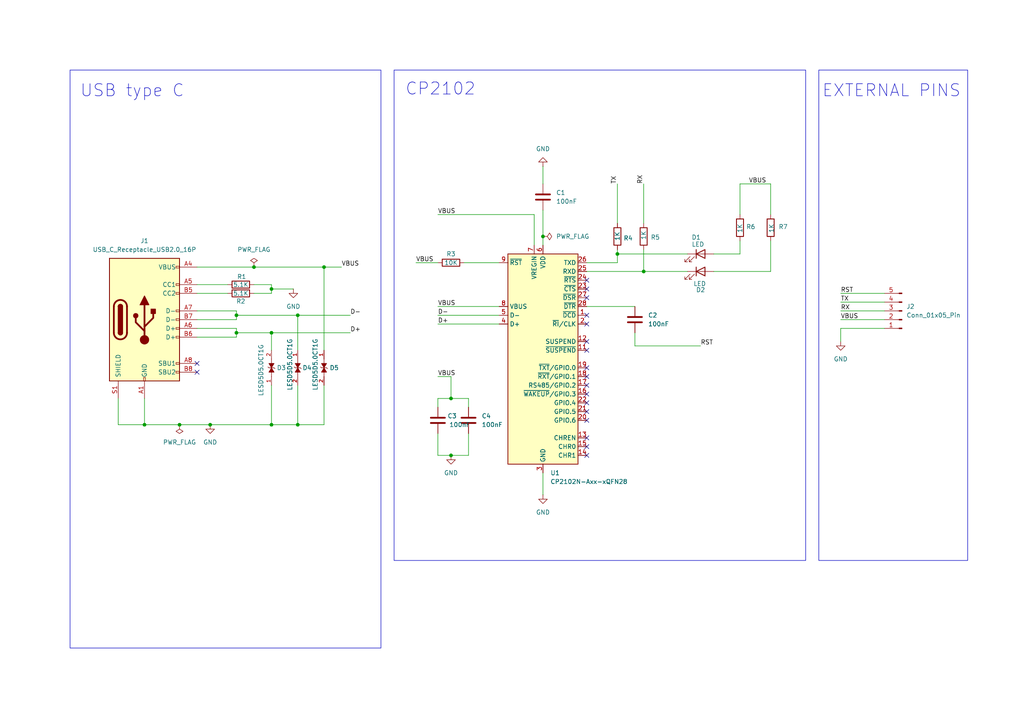
<source format=kicad_sch>
(kicad_sch (version 20250114) (generator "eeschema") (generator_version "9.0")
  (paper "A4")
  (title_block (title "USB to UART converter with CP2102") (date "2025-07-31") (company "Kanishka Shivhare"))
  (lib_symbols
    (symbol "Connector:Conn_01x05_Pin" (pin_names (offset 1.016) (hide yes))
      (property "Reference" "J" (at 0 7.62 0))
      (property "Value" "Conn_01x05_Pin" (at 0 -7.62 0))
      (symbol "Conn_01x05_Pin_1_1"
        (rectangle (start 0.8636 5.207) (end 0 4.953) (stroke (width 0.1524)) (fill (type outline)))
        (rectangle (start 0.8636 2.667) (end 0 2.413) (stroke (width 0.1524)) (fill (type outline)))
        (rectangle (start 0.8636 0.127) (end 0 -0.127) (stroke (width 0.1524)) (fill (type outline)))
        (rectangle (start 0.8636 -2.413) (end 0 -2.667) (stroke (width 0.1524)) (fill (type outline)))
        (rectangle (start 0.8636 -4.953) (end 0 -5.207) (stroke (width 0.1524)) (fill (type outline)))
        (polyline (pts (xy 1.27 5.08) (xy 0.8636 5.08)) (stroke (width 0.1524)))
        (polyline (pts (xy 1.27 2.54) (xy 0.8636 2.54)) (stroke (width 0.1524)))
        (polyline (pts (xy 1.27 0) (xy 0.8636 0)) (stroke (width 0.1524)))
        (polyline (pts (xy 1.27 -2.54) (xy 0.8636 -2.54)) (stroke (width 0.1524)))
        (polyline (pts (xy 1.27 -5.08) (xy 0.8636 -5.08)) (stroke (width 0.1524)))
        (pin passive line (at 5.08 5.08 180) (length 3.81) (name "Pin_1") (number "1"))
        (pin passive line (at 5.08 2.54 180) (length 3.81) (name "Pin_2") (number "2"))
        (pin passive line (at 5.08 0 180) (length 3.81) (name "Pin_3") (number "3"))
        (pin passive line (at 5.08 -2.54 180) (length 3.81) (name "Pin_4") (number "4"))
        (pin passive line (at 5.08 -5.08 180) (length 3.81) (name "Pin_5") (number "5"))
      )
    )
    (symbol "Connector:USB_C_Receptacle_USB2.0_16P" (pin_names (offset 1.016))
      (property "Reference" "J" (at 0 22.225 0))
      (property "Value" "USB_C_Receptacle_USB2.0_16P" (at 0 19.685 0))
      (symbol "USB_C_Receptacle_USB2.0_16P_0_0"
        (rectangle (start -0.254 -17.78) (end 0.254 -16.764))
        (rectangle (start 10.16 15.494) (end 9.144 14.986))
        (rectangle (start 10.16 10.414) (end 9.144 9.906))
        (rectangle (start 10.16 7.874) (end 9.144 7.366))
        (rectangle (start 10.16 2.794) (end 9.144 2.286))
        (rectangle (start 10.16 0.254) (end 9.144 -0.254))
        (rectangle (start 10.16 -2.286) (end 9.144 -2.794))
        (rectangle (start 10.16 -4.826) (end 9.144 -5.334))
        (rectangle (start 10.16 -12.446) (end 9.144 -12.954))
        (rectangle (start 10.16 -14.986) (end 9.144 -15.494))
      )
      (symbol "USB_C_Receptacle_USB2.0_16P_0_1"
        (rectangle (start -10.16 17.78) (end 10.16 -17.78) (stroke (width 0.254)) (fill (type background)))
        (polyline (pts (xy -8.89 -3.81) (xy -8.89 3.81)) (stroke (width 0.508)))
        (rectangle (start -7.62 -3.81) (end -6.35 3.81) (stroke (width 0.254)) (fill (type outline)))
        (arc (start -7.62 3.81) (mid -6.985 4.4423) (end -6.35 3.81) (stroke (width 0.254)))
        (arc (start -7.62 3.81) (mid -6.985 4.4423) (end -6.35 3.81) (stroke (width 0.254)) (fill (type outline)))
        (arc (start -8.89 3.81) (mid -6.985 5.7067) (end -5.08 3.81) (stroke (width 0.508)))
        (arc (start -5.08 -3.81) (mid -6.985 -5.7067) (end -8.89 -3.81) (stroke (width 0.508)))
        (arc (start -6.35 -3.81) (mid -6.985 -4.4423) (end -7.62 -3.81) (stroke (width 0.254)))
        (arc (start -6.35 -3.81) (mid -6.985 -4.4423) (end -7.62 -3.81) (stroke (width 0.254)) (fill (type outline)))
        (polyline (pts (xy -5.08 3.81) (xy -5.08 -3.81)) (stroke (width 0.508)))
        (circle (center -2.54 1.143) (radius 0.635) (stroke (width 0.254)) (fill (type outline)))
        (polyline (pts (xy -1.27 4.318) (xy 0 6.858) (xy 1.27 4.318) (xy -1.27 4.318)) (stroke (width 0.254)) (fill (type outline)))
        (polyline (pts (xy 0 -2.032) (xy 2.54 0.508) (xy 2.54 1.778)) (stroke (width 0.508)))
        (polyline (pts (xy 0 -3.302) (xy -2.54 -0.762) (xy -2.54 0.508)) (stroke (width 0.508)))
        (polyline (pts (xy 0 -5.842) (xy 0 4.318)) (stroke (width 0.508)))
        (circle (center 0 -5.842) (radius 1.27) (fill (type outline)))
        (rectangle (start 1.905 1.778) (end 3.175 3.048) (stroke (width 0.254)) (fill (type outline)))
      )
      (symbol "USB_C_Receptacle_USB2.0_16P_1_1"
        (pin passive line (at -7.62 -22.86 90) (length 5.08) (name "SHIELD") (number "S1"))
        (pin passive line (at 0 -22.86 90) (length 5.08) (name "GND") (number "A1"))
        (pin passive line (at 0 -22.86 90) (length 5.08) (hide yes) (name "GND") (number "A12"))
        (pin passive line (at 0 -22.86 90) (length 5.08) (hide yes) (name "GND") (number "B1"))
        (pin passive line (at 0 -22.86 90) (length 5.08) (hide yes) (name "GND") (number "B12"))
        (pin passive line (at 15.24 15.24 180) (length 5.08) (name "VBUS") (number "A4"))
        (pin passive line (at 15.24 15.24 180) (length 5.08) (hide yes) (name "VBUS") (number "A9"))
        (pin passive line (at 15.24 15.24 180) (length 5.08) (hide yes) (name "VBUS") (number "B4"))
        (pin passive line (at 15.24 15.24 180) (length 5.08) (hide yes) (name "VBUS") (number "B9"))
        (pin bidirectional line (at 15.24 10.16 180) (length 5.08) (name "CC1") (number "A5"))
        (pin bidirectional line (at 15.24 7.62 180) (length 5.08) (name "CC2") (number "B5"))
        (pin bidirectional line (at 15.24 2.54 180) (length 5.08) (name "D-") (number "A7"))
        (pin bidirectional line (at 15.24 0 180) (length 5.08) (name "D-") (number "B7"))
        (pin bidirectional line (at 15.24 -2.54 180) (length 5.08) (name "D+") (number "A6"))
        (pin bidirectional line (at 15.24 -5.08 180) (length 5.08) (name "D+") (number "B6"))
        (pin bidirectional line (at 15.24 -12.7 180) (length 5.08) (name "SBU1") (number "A8"))
        (pin bidirectional line (at 15.24 -15.24 180) (length 5.08) (name "SBU2") (number "B8"))
      )
    )
    (symbol "Device:C" (pin_numbers (hide yes)) (pin_names (offset 0.254))
      (property "Reference" "C" (at 0.635 2.54 0))
      (property "Value" "C" (at 0.635 -2.54 0))
      (symbol "C_0_1"
        (polyline (pts (xy -2.032 0.762) (xy 2.032 0.762)) (stroke (width 0.508)))
        (polyline (pts (xy -2.032 -0.762) (xy 2.032 -0.762)) (stroke (width 0.508)))
      )
      (symbol "C_1_1"
        (pin passive line (at 0 3.81 270) (length 2.794) (name "~") (number "1"))
        (pin passive line (at 0 -3.81 90) (length 2.794) (name "~") (number "2"))
      )
    )
    (symbol "Device:LED" (pin_numbers (hide yes)) (pin_names (offset 1.016) (hide yes))
      (property "Reference" "D" (at 0 2.54 0))
      (property "Value" "LED" (at 0 -2.54 0))
      (symbol "LED_0_1"
        (polyline (pts (xy -3.048 -0.762) (xy -4.572 -2.286) (xy -3.81 -2.286) (xy -4.572 -2.286) (xy -4.572 -1.524)))
        (polyline (pts (xy -1.778 -0.762) (xy -3.302 -2.286) (xy -2.54 -2.286) (xy -3.302 -2.286) (xy -3.302 -1.524)))
        (polyline (pts (xy -1.27 0) (xy 1.27 0)))
        (polyline (pts (xy -1.27 -1.27) (xy -1.27 1.27)) (stroke (width 0.254)))
        (polyline (pts (xy 1.27 -1.27) (xy 1.27 1.27) (xy -1.27 0) (xy 1.27 -1.27)) (stroke (width 0.254)))
      )
      (symbol "LED_1_1"
        (pin passive line (at -3.81 0 0) (length 2.54) (name "K") (number "1"))
        (pin passive line (at 3.81 0 180) (length 2.54) (name "A") (number "2"))
      )
    )
    (symbol "Device:R" (pin_numbers (hide yes)) (pin_names (offset 0))
      (property "Reference" "R" (at 2.032 0 90))
      (property "Value" "R" (at 0 0 90))
      (symbol "R_0_1"
        (rectangle (start -1.016 -2.54) (end 1.016 2.54) (stroke (width 0.254)))
      )
      (symbol "R_1_1"
        (pin passive line (at 0 3.81 270) (length 1.27) (name "~") (number "1"))
        (pin passive line (at 0 -3.81 90) (length 1.27) (name "~") (number "2"))
      )
    )
    (symbol "Interface_USB:CP2102N-Axx-xQFN28"
      (property "Reference" "U" (at -8.89 31.75 0))
      (property "Value" "CP2102N-Axx-xQFN28" (at 12.7 31.75 0))
      (symbol "CP2102N-Axx-xQFN28_0_1"
        (rectangle (start -10.16 30.48) (end 10.16 -30.48) (stroke (width 0.254)) (fill (type background)))
      )
      (symbol "CP2102N-Axx-xQFN28_1_1"
        (pin input line (at -12.7 27.94 0) (length 2.54) (name "~{RST}") (number "9"))
        (pin input line (at -12.7 15.24 0) (length 2.54) (name "VBUS") (number "8"))
        (pin bidirectional line (at -12.7 12.7 0) (length 2.54) (name "D-") (number "5"))
        (pin bidirectional line (at -12.7 10.16 0) (length 2.54) (name "D+") (number "4"))
        (pin no_connect line (at -10.16 -27.94 0) (length 2.54) (hide yes) (name "NC") (number "10"))
        (pin power_in line (at -2.54 33.02 270) (length 2.54) (name "VREGIN") (number "7"))
        (pin power_in line (at 0 33.02 270) (length 2.54) (name "VDD") (number "6"))
        (pin passive line (at 0 -33.02 90) (length 2.54) (hide yes) (name "GND") (number "29"))
        (pin power_in line (at 0 -33.02 90) (length 2.54) (name "GND") (number "3"))
        (pin output line (at 12.7 27.94 180) (length 2.54) (name "TXD") (number "26"))
        (pin input line (at 12.7 25.4 180) (length 2.54) (name "RXD") (number "25"))
        (pin output line (at 12.7 22.86 180) (length 2.54) (name "~{RTS}") (number "24"))
        (pin input line (at 12.7 20.32 180) (length 2.54) (name "~{CTS}") (number "23"))
        (pin input line (at 12.7 17.78 180) (length 2.54) (name "~{DSR}") (number "27"))
        (pin output line (at 12.7 15.24 180) (length 2.54) (name "~{DTR}") (number "28"))
        (pin input line (at 12.7 12.7 180) (length 2.54) (name "~{DCD}") (number "1"))
        (pin bidirectional line (at 12.7 10.16 180) (length 2.54) (name "~{RI}/CLK") (number "2"))
        (pin output line (at 12.7 5.08 180) (length 2.54) (name "SUSPEND") (number "12"))
        (pin output line (at 12.7 2.54 180) (length 2.54) (name "~{SUSPEND}") (number "11"))
        (pin bidirectional line (at 12.7 -2.54 180) (length 2.54) (name "~{TXT}/GPIO.0") (number "19"))
        (pin bidirectional line (at 12.7 -5.08 180) (length 2.54) (name "~{RXT}/GPIO.1") (number "18"))
        (pin bidirectional line (at 12.7 -7.62 180) (length 2.54) (name "RS485/GPIO.2") (number "17"))
        (pin bidirectional line (at 12.7 -10.16 180) (length 2.54) (name "~{WAKEUP}/GPIO.3") (number "16"))
        (pin bidirectional line (at 12.7 -12.7 180) (length 2.54) (name "GPIO.4") (number "22"))
        (pin bidirectional line (at 12.7 -15.24 180) (length 2.54) (name "GPIO.5") (number "21"))
        (pin bidirectional line (at 12.7 -17.78 180) (length 2.54) (name "GPIO.6") (number "20"))
        (pin output line (at 12.7 -22.86 180) (length 2.54) (name "CHREN") (number "13"))
        (pin output line (at 12.7 -25.4 180) (length 2.54) (name "CHR0") (number "15"))
        (pin output line (at 12.7 -27.94 180) (length 2.54) (name "CHR1") (number "14"))
      )
    )
    (symbol "LESD5D5.0CT1G:LESD5D5.0CT1G" (pin_names (offset 1.016))
      (property "Reference" "D" (at -5.08 2.54 0))
      (property "Value" "LESD5D5.0CT1G" (at -5.08 -5.08 0))
      (symbol "LESD5D5.0CT1G_0_0"
        (polyline (pts (xy -1.27 0) (xy -2.54 0)) (stroke (width 0.1524)))
        (polyline (pts (xy 0 0.762) (xy 0.254 1.016)) (stroke (width 0.1524)))
        (polyline (pts (xy 0 0) (xy -1.27 -0.762) (xy -1.27 0.762) (xy 0 0)) (stroke (width 0.1524)) (fill (type outline)))
        (polyline (pts (xy 0 0) (xy 1.27 0.762) (xy 1.27 -0.762) (xy 0 0)) (stroke (width 0.1524)) (fill (type outline)))
        (polyline (pts (xy 0 -0.762) (xy -0.254 -1.016)) (stroke (width 0.1524)))
        (polyline (pts (xy 0 -0.762) (xy 0 0.762)) (stroke (width 0.1524)))
        (polyline (pts (xy 1.27 0) (xy 2.54 0)) (stroke (width 0.1524)))
        (pin passive line (at -5.08 0 0) (length 2.54) (name "~") (number "1"))
        (pin passive line (at 5.08 0 180) (length 2.54) (name "~") (number "2"))
      )
    )
    (symbol "power:GND" (power) (pin_numbers (hide yes)) (pin_names (offset 0) (hide yes))
      (property "Value" "GND" (at 0 -3.81 0))
      (symbol "GND_0_1"
        (polyline (pts (xy 0 0) (xy 0 -1.27) (xy 1.27 -1.27) (xy 0 -2.54) (xy -1.27 -1.27) (xy 0 -1.27)))
      )
      (symbol "GND_1_1"
        (pin power_in line (at 0 0 270) (length 0) (name "~") (number "1"))
      )
    )
    (symbol "power:PWR_FLAG" (power) (pin_numbers (hide yes)) (pin_names (offset 0) (hide yes))
      (property "Value" "PWR_FLAG" (at 0 3.81 0))
      (symbol "PWR_FLAG_0_0"
        (pin power_out line (at 0 0 90) (length 0) (name "~") (number "1"))
      )
      (symbol "PWR_FLAG_0_1"
        (polyline (pts (xy 0 0) (xy 0 1.27) (xy -1.016 1.905) (xy 0 2.54) (xy 1.016 1.905) (xy 0 1.27)))
      )
    )
  )
  (rectangle (start 114.3 20.32) (end 233.68 162.56))
  (rectangle (start 237.49 20.32) (end 280.67 162.56))
  (rectangle (start 20.32 20.32) (end 110.49 187.96))
  (text "USB type C" (at 38.354 26.416 0) (effects (font (size 3.5 3.5))))
  (text "CP2102" (at 127.762 25.908 0) (effects (font (size 3.5 3.5))))
  (text "EXTERNAL PINS" (at 258.572 26.416 0) (effects (font (size 3.5 3.5))))
  (junction (at 68.58 96.52))
  (junction (at 130.81 132.08))
  (junction (at 130.81 115.57))
  (junction (at 186.69 78.74))
  (junction (at 78.74 123.19))
  (junction (at 78.74 83.82))
  (junction (at 78.74 96.52))
  (junction (at 41.91 123.19))
  (junction (at 86.36 91.44))
  (junction (at 179.07 73.66))
  (junction (at 157.48 68.58))
  (junction (at 52.07 123.19))
  (junction (at 93.98 77.47))
  (junction (at 73.66 77.47))
  (junction (at 86.36 123.19))
  (junction (at 60.96 123.19))
  (junction (at 68.58 91.44))
  (no_connect (at 170.18 91.44))
  (no_connect (at 170.18 109.22))
  (no_connect (at 57.15 107.95))
  (no_connect (at 170.18 121.92))
  (no_connect (at 170.18 111.76))
  (no_connect (at 170.18 86.36))
  (no_connect (at 170.18 83.82))
  (no_connect (at 170.18 93.98))
  (no_connect (at 170.18 81.28))
  (no_connect (at 57.15 105.41))
  (no_connect (at 170.18 119.38))
  (no_connect (at 170.18 114.3))
  (no_connect (at 170.18 116.84))
  (no_connect (at 170.18 106.68))
  (no_connect (at 170.18 129.54))
  (no_connect (at 170.18 99.06))
  (no_connect (at 170.18 127))
  (no_connect (at 170.18 132.08))
  (no_connect (at 170.18 101.6))
  (wire (pts (xy 243.84 85.09) (xy 256.54 85.09)))
  (wire (pts (xy 57.15 85.09) (xy 66.04 85.09)))
  (wire (pts (xy 34.29 115.57) (xy 34.29 123.19)))
  (wire (pts (xy 170.18 76.2) (xy 179.07 76.2)))
  (wire (pts (xy 78.74 83.82) (xy 85.09 83.82)))
  (wire (pts (xy 34.29 123.19) (xy 41.91 123.19)))
  (wire (pts (xy 93.98 77.47) (xy 93.98 101.6)))
  (wire (pts (xy 127 115.57) (xy 130.81 115.57)))
  (wire (pts (xy 57.15 77.47) (xy 73.66 77.47)))
  (wire (pts (xy 214.63 53.34) (xy 223.52 53.34)))
  (wire (pts (xy 78.74 85.09) (xy 78.74 83.82)))
  (wire (pts (xy 86.36 111.76) (xy 86.36 123.19)))
  (wire (pts (xy 157.48 68.58) (xy 157.48 71.12)))
  (wire (pts (xy 157.48 60.96) (xy 157.48 68.58)))
  (wire (pts (xy 68.58 96.52) (xy 78.74 96.52)))
  (wire (pts (xy 41.91 115.57) (xy 41.91 123.19)))
  (wire (pts (xy 157.48 48.26) (xy 157.48 53.34)))
  (wire (pts (xy 127 118.11) (xy 127 115.57)))
  (wire (pts (xy 214.63 53.34) (xy 214.63 62.23)))
  (wire (pts (xy 135.89 115.57) (xy 135.89 118.11)))
  (wire (pts (xy 57.15 97.79) (xy 68.58 97.79)))
  (wire (pts (xy 127 93.98) (xy 144.78 93.98)))
  (wire (pts (xy 78.74 111.76) (xy 78.74 123.19)))
  (wire (pts (xy 243.84 92.71) (xy 256.54 92.71)))
  (wire (pts (xy 170.18 88.9) (xy 184.15 88.9)))
  (wire (pts (xy 52.07 123.19) (xy 60.96 123.19)))
  (wire (pts (xy 93.98 77.47) (xy 99.06 77.47)))
  (wire (pts (xy 68.58 95.25) (xy 68.58 96.52)))
  (wire (pts (xy 170.18 78.74) (xy 186.69 78.74)))
  (wire (pts (xy 179.07 53.34) (xy 179.07 64.77)))
  (wire (pts (xy 120.65 76.2) (xy 127 76.2)))
  (wire (pts (xy 68.58 96.52) (xy 68.58 97.79)))
  (wire (pts (xy 68.58 91.44) (xy 86.36 91.44)))
  (wire (pts (xy 243.84 90.17) (xy 256.54 90.17)))
  (wire (pts (xy 134.62 76.2) (xy 144.78 76.2)))
  (wire (pts (xy 130.81 115.57) (xy 130.81 109.22)))
  (wire (pts (xy 207.01 73.66) (xy 214.63 73.66)))
  (wire (pts (xy 57.15 95.25) (xy 68.58 95.25)))
  (wire (pts (xy 184.15 96.52) (xy 184.15 100.33)))
  (wire (pts (xy 135.89 132.08) (xy 130.81 132.08)))
  (wire (pts (xy 157.48 137.16) (xy 157.48 143.51)))
  (wire (pts (xy 135.89 125.73) (xy 135.89 132.08)))
  (wire (pts (xy 127 91.44) (xy 144.78 91.44)))
  (wire (pts (xy 214.63 69.85) (xy 214.63 73.66)))
  (wire (pts (xy 86.36 91.44) (xy 86.36 101.6)))
  (wire (pts (xy 78.74 83.82) (xy 78.74 82.55)))
  (wire (pts (xy 243.84 95.25) (xy 256.54 95.25)))
  (wire (pts (xy 68.58 90.17) (xy 68.58 91.44)))
  (wire (pts (xy 68.58 91.44) (xy 68.58 92.71)))
  (wire (pts (xy 186.69 78.74) (xy 199.39 78.74)))
  (wire (pts (xy 179.07 73.66) (xy 179.07 76.2)))
  (wire (pts (xy 127 125.73) (xy 127 132.08)))
  (wire (pts (xy 184.15 100.33) (xy 203.2 100.33)))
  (wire (pts (xy 130.81 132.08) (xy 127 132.08)))
  (wire (pts (xy 127 88.9) (xy 144.78 88.9)))
  (wire (pts (xy 41.91 123.19) (xy 52.07 123.19)))
  (wire (pts (xy 73.66 77.47) (xy 93.98 77.47)))
  (wire (pts (xy 60.96 123.19) (xy 78.74 123.19)))
  (wire (pts (xy 223.52 53.34) (xy 223.52 62.23)))
  (wire (pts (xy 78.74 96.52) (xy 78.74 101.6)))
  (wire (pts (xy 207.01 78.74) (xy 223.52 78.74)))
  (wire (pts (xy 186.69 72.39) (xy 186.69 78.74)))
  (wire (pts (xy 78.74 82.55) (xy 73.66 82.55)))
  (wire (pts (xy 78.74 123.19) (xy 86.36 123.19)))
  (wire (pts (xy 86.36 123.19) (xy 93.98 123.19)))
  (wire (pts (xy 57.15 90.17) (xy 68.58 90.17)))
  (wire (pts (xy 57.15 82.55) (xy 66.04 82.55)))
  (wire (pts (xy 57.15 92.71) (xy 68.58 92.71)))
  (wire (pts (xy 186.69 53.34) (xy 186.69 64.77)))
  (wire (pts (xy 93.98 123.19) (xy 93.98 111.76)))
  (wire (pts (xy 73.66 85.09) (xy 78.74 85.09)))
  (wire (pts (xy 127 62.23) (xy 154.94 62.23)))
  (wire (pts (xy 243.84 95.25) (xy 243.84 99.06)))
  (wire (pts (xy 223.52 78.74) (xy 223.52 69.85)))
  (wire (pts (xy 179.07 73.66) (xy 199.39 73.66)))
  (wire (pts (xy 154.94 71.12) (xy 154.94 62.23)))
  (wire (pts (xy 78.74 96.52) (xy 101.6 96.52)))
  (wire (pts (xy 86.36 91.44) (xy 101.6 91.44)))
  (wire (pts (xy 127 109.22) (xy 130.81 109.22)))
  (wire (pts (xy 130.81 115.57) (xy 135.89 115.57)))
  (wire (pts (xy 243.84 87.63) (xy 256.54 87.63)))
  (wire (pts (xy 179.07 72.39) (xy 179.07 73.66)))
  (label "VBUS" (at 127 88.9 0))
  (label "VBUS" (at 99.06 77.47 0))
  (label "D-" (at 127 91.44 0))
  (label "VBUS" (at 120.65 76.2 0))
  (label "D-" (at 101.6 91.44 0))
  (label "RST" (at 243.84 85.09 0))
  (label "VBUS" (at 217.17 53.34 0))
  (label "RX" (at 243.84 90.17 0))
  (label "TX" (at 179.07 53.34 90))
  (label "RX" (at 186.69 53.34 90))
  (label "VBUS" (at 127 62.23 0))
  (label "VBUS" (at 127 109.22 0))
  (label "TX" (at 243.84 87.63 0))
  (label "D+" (at 127 93.98 0))
  (label "RST" (at 203.2 100.33 0))
  (label "D+" (at 101.6 96.52 0))
  (label "VBUS" (at 243.84 92.71 0))
  (symbol (lib_id "power:PWR_FLAG") (at 73.66 77.47 0) (unit 1)
    (property "Reference" "#FLG02" (effects (hide yes)))
    (property "Value" "PWR_FLAG" (at 73.66 72.39 0))
    (property "Description" "Special symbol for telling ERC where power comes from" (effects (hide yes)))
  )
  (symbol (lib_id "LESD5D5.0CT1G:LESD5D5.0CT1G") (at 93.98 106.68 270) (unit 1)
    (property "Reference" "D5" (at 98.298 106.68 90) (effects (justify right)))
    (property "Value" "LESD5D5.0CT1G" (at 91.44 113.284 0) (effects (justify right)))
    (property "Footprint" "LESD5D5.0CT1G:TVS_LESD5D5.0CT1G" (effects (hide yes)))
    (property "MF" "Leshan Radio Co." (effects (hide yes)))
    (property "MAXIMUM_PACKAGE_HEIGHT" "0.7 mm" (effects (hide yes)))
    (property "Package" "None" (effects (hide yes)))
    (property "Price" "None" (effects (hide yes)))
    (property "Check_prices" "https://www.snapeda.com/parts/LESD5D5.0CT1G/Leshan+Radio/view-part/?ref=eda" (effects (hide yes)))
    (property "STANDARD" "Manufacturer Recommendations" (effects (hide yes)))
    (property "PARTREV" "O" (effects (hide yes)))
    (property "SnapEDA_Link" "https://www.snapeda.com/parts/LESD5D5.0CT1G/Leshan+Radio/view-part/?ref=snap" (effects (hide yes)))
    (property "MP" "LESD5D5.0CT1G" (effects (hide yes)))
    (property "Description_1" "Transient Voltage Suppressors for ESD Protection" (effects (hide yes)))
    (property "Availability" "In Stock" (effects (hide yes)))
    (property "MANUFACTURER" "LRC" (effects (hide yes)))
  )
  (symbol (lib_id "Device:C") (at 135.89 121.92 0) (unit 1)
    (property "Reference" "C4" (at 139.7 120.6499 0) (effects (justify left)))
    (property "Value" "100nF" (at 139.7 123.1899 0) (effects (justify left)))
    (property "Footprint" "Capacitor_SMD:C_0201_0603Metric" (effects (hide yes)))
    (property "Description" "Unpolarized capacitor" (effects (hide yes)))
  )
  (symbol (lib_id "power:GND") (at 157.48 48.26 180) (unit 1)
    (property "Reference" "#PWR05" (effects (hide yes)))
    (property "Value" "GND" (at 157.48 43.18 0))
    (property "Description" "Power symbol creates a global label with name \"GND\" , ground" (effects (hide yes)))
  )
  (symbol (lib_id "power:GND") (at 85.09 83.82 0) (unit 1)
    (property "Reference" "#PWR06" (effects (hide yes)))
    (property "Value" "GND" (at 85.09 88.9 0))
    (property "Description" "Power symbol creates a global label with name \"GND\" , ground" (effects (hide yes)))
  )
  (symbol (lib_id "Connector:Conn_01x05_Pin") (at 261.62 90.17 180) (unit 1)
    (property "Reference" "J2" (at 262.89 88.8999 0) (effects (justify right)))
    (property "Value" "Conn_01x05_Pin" (at 262.89 91.4399 0) (effects (justify right)))
    (property "Footprint" "Connector_PinHeader_2.54mm:PinHeader_1x05_P2.54mm_Horizontal" (effects (hide yes)))
    (property "Description" "Generic connector, single row, 01x05, script generated" (effects (hide yes)))
  )
  (symbol (lib_id "power:GND") (at 130.81 132.08 0) (unit 1)
    (property "Reference" "#PWR02" (effects (hide yes)))
    (property "Value" "GND" (at 130.81 137.16 0))
    (property "Description" "Power symbol creates a global label with name \"GND\" , ground" (effects (hide yes)))
  )
  (symbol (lib_id "Interface_USB:CP2102N-Axx-xQFN28") (at 157.48 104.14 0) (unit 1)
    (property "Reference" "U1" (at 159.6233 137.16 0) (effects (justify left)))
    (property "Value" "CP2102N-Axx-xQFN28" (at 159.6233 139.7 0) (effects (justify left)))
    (property "Footprint" "Package_DFN_QFN:QFN-28-1EP_5x5mm_P0.5mm_EP3.35x3.35mm" (effects (hide yes)))
    (property "Datasheet" "https://www.silabs.com/documents/public/data-sheets/cp2102n-datasheet.pdf" (effects (hide yes)))
    (property "Description" "USB to UART master bridge, QFN-28" (effects (hide yes)))
  )
  (symbol (lib_id "power:GND") (at 60.96 123.19 0) (unit 1)
    (property "Reference" "#PWR01" (effects (hide yes)))
    (property "Value" "GND" (at 60.96 128.27 0))
    (property "Description" "Power symbol creates a global label with name \"GND\" , ground" (effects (hide yes)))
  )
  (symbol (lib_id "Device:R") (at 69.85 82.55 90) (unit 1)
    (property "Reference" "R1" (at 70.104 80.264 90))
    (property "Value" "5.1K" (at 69.85 82.55 90))
    (property "Footprint" "Resistor_SMD:R_0201_0603Metric" (effects (hide yes)))
    (property "Description" "Resistor" (effects (hide yes)))
  )
  (symbol (lib_id "Device:C") (at 157.48 57.15 0) (unit 1)
    (property "Reference" "C1" (at 161.29 55.8799 0) (effects (justify left)))
    (property "Value" "100nF" (at 161.29 58.4199 0) (effects (justify left)))
    (property "Footprint" "Capacitor_SMD:C_0201_0603Metric" (effects (hide yes)))
    (property "Description" "Unpolarized capacitor" (effects (hide yes)))
  )
  (symbol (lib_id "LESD5D5.0CT1G:LESD5D5.0CT1G") (at 78.74 106.68 90) (unit 1)
    (property "Reference" "D3" (at 80.264 106.68 90) (effects (justify right)))
    (property "Value" "LESD5D5.0CT1G" (at 75.692 99.822 0) (effects (justify right)))
    (property "Footprint" "LESD5D5.0CT1G:TVS_LESD5D5.0CT1G" (effects (hide yes)))
    (property "MF" "Leshan Radio Co." (effects (hide yes)))
    (property "MAXIMUM_PACKAGE_HEIGHT" "0.7 mm" (effects (hide yes)))
    (property "Package" "None" (effects (hide yes)))
    (property "Price" "None" (effects (hide yes)))
    (property "Check_prices" "https://www.snapeda.com/parts/LESD5D5.0CT1G/Leshan+Radio/view-part/?ref=eda" (effects (hide yes)))
    (property "STANDARD" "Manufacturer Recommendations" (effects (hide yes)))
    (property "PARTREV" "O" (effects (hide yes)))
    (property "SnapEDA_Link" "https://www.snapeda.com/parts/LESD5D5.0CT1G/Leshan+Radio/view-part/?ref=snap" (effects (hide yes)))
    (property "MP" "LESD5D5.0CT1G" (effects (hide yes)))
    (property "Description_1" "Transient Voltage Suppressors for ESD Protection" (effects (hide yes)))
    (property "Availability" "In Stock" (effects (hide yes)))
    (property "MANUFACTURER" "LRC" (effects (hide yes)))
  )
  (symbol (lib_id "Device:LED") (at 203.2 78.74 0) (unit 1)
    (property "Reference" "D2" (at 203.2 84.074 0))
    (property "Value" "LED" (at 202.946 82.296 0))
    (property "Footprint" "LED_SMD:LED_0201_0603Metric" (effects (hide yes)))
    (property "Description" "Light emitting diode" (effects (hide yes)))
    (property "Sim.Pins" "1=K 2=A" (effects (hide yes)))
  )
  (symbol (lib_id "Device:C") (at 184.15 92.71 180) (unit 1)
    (property "Reference" "C2" (at 187.96 91.4399 0) (effects (justify right)))
    (property "Value" "100nF" (at 187.96 93.9799 0) (effects (justify right)))
    (property "Footprint" "Capacitor_SMD:C_0201_0603Metric" (effects (hide yes)))
    (property "Description" "Unpolarized capacitor" (effects (hide yes)))
  )
  (symbol (lib_id "Device:C") (at 127 121.92 0) (unit 1)
    (property "Reference" "C3" (at 129.794 120.65 0) (effects (justify left)))
    (property "Value" "100nF" (at 130.302 123.19 0) (effects (justify left)))
    (property "Footprint" "Capacitor_SMD:C_0201_0603Metric" (effects (hide yes)))
    (property "Description" "Unpolarized capacitor" (effects (hide yes)))
  )
  (symbol (lib_id "Device:R") (at 179.07 68.58 0) (unit 1)
    (property "Reference" "R4" (at 180.848 69.088 0) (effects (justify left)))
    (property "Value" "1K" (at 179.07 69.85 90) (effects (justify left)))
    (property "Footprint" "Resistor_SMD:R_0201_0603Metric" (effects (hide yes)))
    (property "Description" "Resistor" (effects (hide yes)))
  )
  (symbol (lib_id "Device:LED") (at 203.2 73.66 0) (unit 1)
    (property "Reference" "D1" (at 201.93 68.834 0))
    (property "Value" "LED" (at 202.438 70.866 0))
    (property "Footprint" "LED_SMD:LED_0201_0603Metric" (effects (hide yes)))
    (property "Description" "Light emitting diode" (effects (hide yes)))
    (property "Sim.Pins" "1=K 2=A" (effects (hide yes)))
  )
  (symbol (lib_id "LESD5D5.0CT1G:LESD5D5.0CT1G") (at 86.36 106.68 270) (unit 1)
    (property "Reference" "D4" (at 90.424 106.68 90) (effects (justify right)))
    (property "Value" "LESD5D5.0CT1G" (at 84.074 113.284 0) (effects (justify right)))
    (property "Footprint" "LESD5D5.0CT1G:TVS_LESD5D5.0CT1G" (effects (hide yes)))
    (property "MF" "Leshan Radio Co." (effects (hide yes)))
    (property "MAXIMUM_PACKAGE_HEIGHT" "0.7 mm" (effects (hide yes)))
    (property "Package" "None" (effects (hide yes)))
    (property "Price" "None" (effects (hide yes)))
    (property "Check_prices" "https://www.snapeda.com/parts/LESD5D5.0CT1G/Leshan+Radio/view-part/?ref=eda" (effects (hide yes)))
    (property "STANDARD" "Manufacturer Recommendations" (effects (hide yes)))
    (property "PARTREV" "O" (effects (hide yes)))
    (property "SnapEDA_Link" "https://www.snapeda.com/parts/LESD5D5.0CT1G/Leshan+Radio/view-part/?ref=snap" (effects (hide yes)))
    (property "MP" "LESD5D5.0CT1G" (effects (hide yes)))
    (property "Description_1" "Transient Voltage Suppressors for ESD Protection" (effects (hide yes)))
    (property "Availability" "In Stock" (effects (hide yes)))
    (property "MANUFACTURER" "LRC" (effects (hide yes)))
  )
  (symbol (lib_id "Device:R") (at 186.69 68.58 0) (unit 1)
    (property "Reference" "R5" (at 188.722 68.834 0) (effects (justify left)))
    (property "Value" "1K" (at 186.69 69.596 90) (effects (justify left)))
    (property "Footprint" "Resistor_SMD:R_0201_0603Metric" (effects (hide yes)))
    (property "Description" "Resistor" (effects (hide yes)))
  )
  (symbol (lib_id "power:GND") (at 243.84 99.06 0) (unit 1)
    (property "Reference" "#PWR04" (effects (hide yes)))
    (property "Value" "GND" (at 243.84 104.14 0))
    (property "Description" "Power symbol creates a global label with name \"GND\" , ground" (effects (hide yes)))
  )
  (symbol (lib_id "Device:R") (at 214.63 66.04 0) (unit 1)
    (property "Reference" "R6" (at 216.408 65.786 0) (effects (justify left)))
    (property "Value" "1K" (at 214.63 67.564 90) (effects (justify left)))
    (property "Footprint" "Resistor_SMD:R_0201_0603Metric" (effects (hide yes)))
    (property "Description" "Resistor" (effects (hide yes)))
  )
  (symbol (lib_id "Connector:USB_C_Receptacle_USB2.0_16P") (at 41.91 92.71 0) (unit 1)
    (property "Reference" "J1" (at 41.91 69.85 0))
    (property "Value" "USB_C_Receptacle_USB2.0_16P" (at 41.91 72.39 0))
    (property "Footprint" "Connector_USB:USB_C_Receptacle_HRO_TYPE-C-31-M-12" (effects (hide yes)))
    (property "Datasheet" "https://www.usb.org/sites/default/files/documents/usb_type-c.zip" (effects (hide yes)))
    (property "Description" "USB 2.0-only 16P Type-C Receptacle connector" (effects (hide yes)))
  )
  (symbol (lib_id "power:GND") (at 157.48 143.51 0) (unit 1)
    (property "Reference" "#PWR03" (effects (hide yes)))
    (property "Value" "GND" (at 157.48 148.59 0))
    (property "Description" "Power symbol creates a global label with name \"GND\" , ground" (effects (hide yes)))
  )
  (symbol (lib_id "Device:R") (at 130.81 76.2 90) (unit 1)
    (property "Reference" "R3" (at 130.81 73.66 90))
    (property "Value" "10K" (at 130.81 76.2 90))
    (property "Footprint" "Resistor_SMD:R_0201_0603Metric" (effects (hide yes)))
    (property "Description" "Resistor" (effects (hide yes)))
  )
  (symbol (lib_id "Device:R") (at 223.52 66.04 0) (unit 1)
    (property "Reference" "R7" (at 225.806 65.786 0) (effects (justify left)))
    (property "Value" "1K" (at 223.774 67.564 90) (effects (justify left)))
    (property "Footprint" "Resistor_SMD:R_0201_0603Metric" (effects (hide yes)))
    (property "Description" "Resistor" (effects (hide yes)))
  )
  (symbol (lib_id "Device:R") (at 69.85 85.09 90) (unit 1)
    (property "Reference" "R2" (at 69.85 87.376 90))
    (property "Value" "5.1K" (at 69.85 85.09 90))
    (property "Footprint" "Resistor_SMD:R_0201_0603Metric" (effects (hide yes)))
    (property "Description" "Resistor" (effects (hide yes)))
  )
  (symbol (lib_id "power:PWR_FLAG") (at 157.48 68.58 270) (unit 1)
    (property "Reference" "#FLG03" (effects (hide yes)))
    (property "Value" "PWR_FLAG" (at 161.29 68.5799 90) (effects (justify left)))
    (property "Description" "Special symbol for telling ERC where power comes from" (effects (hide yes)))
  )
  (symbol (lib_id "power:PWR_FLAG") (at 52.07 123.19 180) (unit 1)
    (property "Reference" "#FLG01" (effects (hide yes)))
    (property "Value" "PWR_FLAG" (at 52.07 128.27 0))
    (property "Description" "Special symbol for telling ERC where power comes from" (effects (hide yes)))
  )
)
</source>
